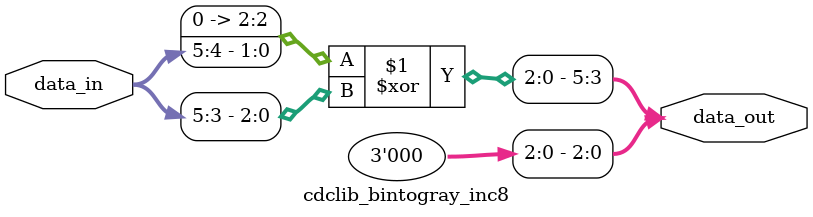
<source format=v>
module cdclib_bintogray_inc8(	// file.cleaned.mlir:2:3
  input  [5:0] data_in,	// file.cleaned.mlir:2:39
  output [5:0] data_out	// file.cleaned.mlir:2:58
);

  assign data_out = {{1'h0, data_in[5:4]} ^ data_in[5:3], 3'h0};	// file.cleaned.mlir:3:14, :4:14, :5:10, :6:10, :7:10, :8:10, :9:10, :10:5
endmodule


</source>
